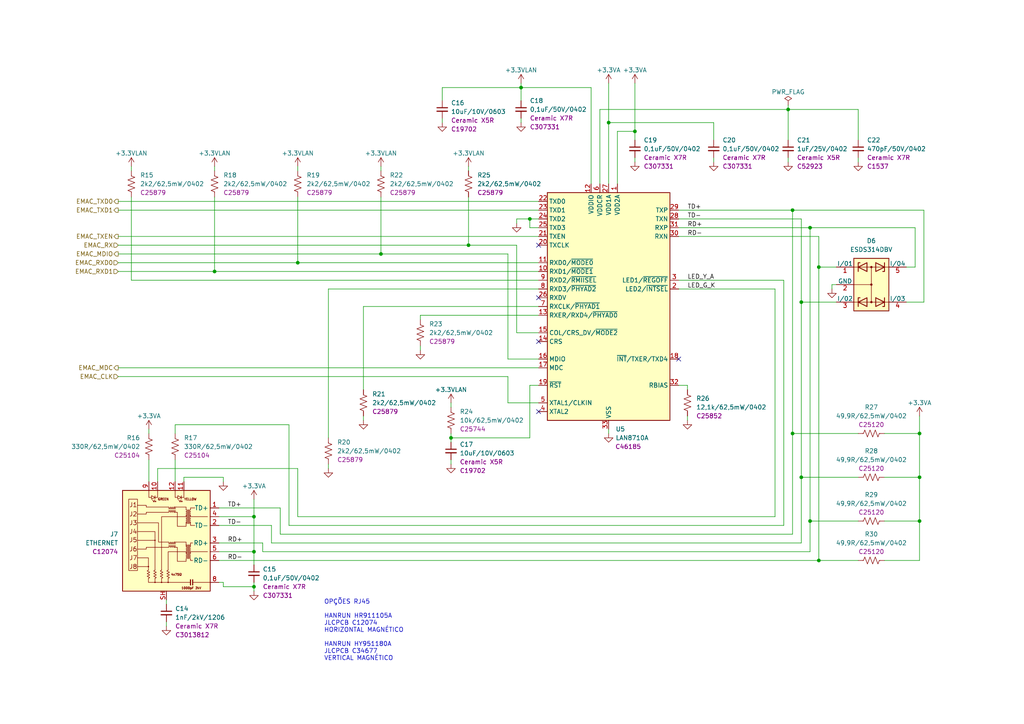
<source format=kicad_sch>
(kicad_sch (version 20230121) (generator eeschema)
  (paper "A4")
  (title_block (title "ESP 16x 24VDC Input 16x 24VDC Output Module") (date "2023-05-05") (rev "V2"))
  (lib_symbols
    (symbol "Device:C_Small" (pin_numbers hide) (pin_names (offset 0.254) hide)
      (property "Reference" "C" (at 0.254 1.778 0))
      (property "Value" "C_Small" (at 0.254 -2.032 0))
      (symbol "C_Small_0_1"
        (polyline (pts (xy -1.524 -0.508) (xy 1.524 -0.508)) (stroke (width 0.3302)))
        (polyline (pts (xy -1.524 0.508) (xy 1.524 0.508)) (stroke (width 0.3048)))
      )
      (symbol "C_Small_1_1"
        (pin passive line (at 0 2.54 270) (length 2.032) (name "~") (number "1"))
        (pin passive line (at 0 -2.54 90) (length 2.032) (name "~") (number "2"))
      )
    )
    (symbol "Device:R_US" (pin_numbers hide) (pin_names (offset 0))
      (property "Reference" "R" (at 2.54 0 90))
      (property "Value" "R_US" (at -2.54 0 90))
      (symbol "R_US_0_1"
        (polyline (pts (xy 0 -2.286) (xy 0 -2.54)))
        (polyline (pts (xy 0 2.286) (xy 0 2.54)))
        (polyline (pts (xy 0 -0.762) (xy 1.016 -1.143) (xy 0 -1.524) (xy -1.016 -1.905) (xy 0 -2.286)))
        (polyline (pts (xy 0 0.762) (xy 1.016 0.381) (xy 0 0) (xy -1.016 -0.381) (xy 0 -0.762)))
        (polyline (pts (xy 0 2.286) (xy 1.016 1.905) (xy 0 1.524) (xy -1.016 1.143) (xy 0 0.762)))
      )
      (symbol "R_US_1_1"
        (pin passive line (at 0 3.81 270) (length 1.27) (name "~") (number "1"))
        (pin passive line (at 0 -3.81 90) (length 1.27) (name "~") (number "2"))
      )
    )
    (symbol "Interface_Ethernet:LAN8710A"
      (property "Reference" "U" (at -13.97 34.29 0))
      (property "Value" "LAN8710A" (at 17.78 34.29 0))
      (symbol "LAN8710A_0_1"
        (rectangle (start -17.78 33.02) (end 17.78 -33.02) (stroke (width 0.254)) (fill (type background)))
      )
      (symbol "LAN8710A_1_1"
        (pin power_in line (at 2.54 35.56 270) (length 2.54) (name "VDD2A") (number "1"))
        (pin bidirectional line (at -20.32 10.16 0) (length 2.54) (name "RXD1/~{MODE1}") (number "10"))
        (pin bidirectional line (at -20.32 12.7 0) (length 2.54) (name "RXD0/~{MODE0}") (number "11"))
        (pin power_in line (at -5.08 35.56 270) (length 2.54) (name "VDDIO") (number "12"))
        (pin bidirectional line (at -20.32 -2.54 0) (length 2.54) (name "RXER/RXD4/~{PHYAD0}") (number "13"))
        (pin output line (at -20.32 -10.16 0) (length 2.54) (name "CRS") (number "14"))
        (pin bidirectional line (at -20.32 -7.62 0) (length 2.54) (name "COL/CRS_DV/~{MODE2}") (number "15"))
        (pin bidirectional line (at -20.32 -15.24 0) (length 2.54) (name "MDIO") (number "16"))
        (pin input line (at -20.32 -17.78 0) (length 2.54) (name "MDC") (number "17"))
        (pin bidirectional line (at 20.32 -15.24 180) (length 2.54) (name "~{INT}/TXER/TXD4") (number "18"))
        (pin input line (at -20.32 -22.86 0) (length 2.54) (name "~{RST}") (number "19"))
        (pin bidirectional line (at 20.32 5.08 180) (length 2.54) (name "LED2/~{INTSEL}") (number "2"))
        (pin output line (at -20.32 17.78 0) (length 2.54) (name "TXCLK") (number "20"))
        (pin input line (at -20.32 20.32 0) (length 2.54) (name "TXEN") (number "21"))
        (pin input line (at -20.32 30.48 0) (length 2.54) (name "TXD0") (number "22"))
        (pin input line (at -20.32 27.94 0) (length 2.54) (name "TXD1") (number "23"))
        (pin input line (at -20.32 25.4 0) (length 2.54) (name "TXD2") (number "24"))
        (pin input line (at -20.32 22.86 0) (length 2.54) (name "TXD3") (number "25"))
        (pin output line (at -20.32 2.54 0) (length 2.54) (name "RXDV") (number "26"))
        (pin power_in line (at 0 35.56 270) (length 2.54) (name "VDD1A") (number "27"))
        (pin bidirectional line (at 20.32 25.4 180) (length 2.54) (name "TXN") (number "28"))
        (pin bidirectional line (at 20.32 27.94 180) (length 2.54) (name "TXP") (number "29"))
        (pin bidirectional line (at 20.32 7.62 180) (length 2.54) (name "LED1/~{REGOFF}") (number "3"))
        (pin bidirectional line (at 20.32 20.32 180) (length 2.54) (name "RXN") (number "30"))
        (pin bidirectional line (at 20.32 22.86 180) (length 2.54) (name "RXP") (number "31"))
        (pin passive line (at 20.32 -22.86 180) (length 2.54) (name "RBIAS") (number "32"))
        (pin power_in line (at 0 -35.56 90) (length 2.54) (name "VSS") (number "33"))
        (pin output line (at -20.32 -30.48 0) (length 2.54) (name "XTAL2") (number "4"))
        (pin input line (at -20.32 -27.94 0) (length 2.54) (name "XTAL1/CLKIN") (number "5"))
        (pin power_in line (at -2.54 35.56 270) (length 2.54) (name "VDDCR") (number "6"))
        (pin bidirectional line (at -20.32 0 0) (length 2.54) (name "RXCLK/~{PHYAD1}") (number "7"))
        (pin bidirectional line (at -20.32 5.08 0) (length 2.54) (name "RXD3/~{PHYAD2}") (number "8"))
        (pin bidirectional line (at -20.32 7.62 0) (length 2.54) (name "RXD2/~{RMIISEL}") (number "9"))
      )
    )
    (symbol "Tales:+3.3VLAN" (power) (pin_names (offset 0))
      (property "Value" "+3.3VLAN" (at 0 3.556 0))
      (symbol "+3.3VLAN_0_1"
        (polyline (pts (xy -0.762 1.27) (xy 0 2.54)))
        (polyline (pts (xy 0 0) (xy 0 2.54)))
        (polyline (pts (xy 0 2.54) (xy 0.762 1.27)))
      )
      (symbol "+3.3VLAN_1_1"
        (pin power_in line (at 0 0 90) (length 0) hide (name "+3.3VLAN") (number "1"))
      )
    )
    (symbol "Tales:ESDS314DBV" (pin_names (offset 0))
      (property "Reference" "D" (at 0 12.7 0))
      (property "Value" "ESDS314DBV" (at 0 10.16 0))
      (symbol "ESDS314DBV_0_1"
        (rectangle (start -5.08 7.62) (end 5.08 -7.62) (stroke (width 0.254)) (fill (type background)))
        (circle (center 0 -5.08) (radius 0.254) (fill (type outline)))
        (polyline (pts (xy -5.08 -5.08) (xy 5.08 -5.08)))
        (polyline (pts (xy -5.08 0) (xy 0 0)))
        (polyline (pts (xy -5.08 5.08) (xy 5.08 5.08)))
        (polyline (pts (xy 0 -5.08) (xy 0 5.08)))
        (polyline (pts (xy -3.81 -6.35) (xy -3.81 -3.81) (xy -3.302 -3.81)) (stroke (width 0.254)))
        (polyline (pts (xy -3.81 3.81) (xy -3.81 6.35) (xy -3.302 6.35)) (stroke (width 0.254)))
        (polyline (pts (xy 3.81 -3.81) (xy 3.81 -6.35) (xy 3.302 -6.35)) (stroke (width 0.254)))
        (polyline (pts (xy 3.81 6.35) (xy 3.81 3.81) (xy 3.302 3.81)) (stroke (width 0.254)))
        (polyline (pts (xy -1.27 -6.35) (xy -3.81 -5.08) (xy -1.27 -3.81) (xy -1.27 -6.35) (xy -1.27 -6.35) (xy -1.27 -6.35)) (stroke (width 0.254)))
        (polyline (pts (xy -1.27 3.81) (xy -3.81 5.08) (xy -1.27 6.35) (xy -1.27 3.81) (xy -1.27 3.81) (xy -1.27 3.81)) (stroke (width 0.254)))
        (polyline (pts (xy 1.27 -3.81) (xy 3.81 -5.08) (xy 1.27 -6.35) (xy 1.27 -3.81) (xy 1.27 -3.81) (xy 1.27 -3.81)) (stroke (width 0.254)))
        (polyline (pts (xy 1.27 6.35) (xy 3.81 5.08) (xy 1.27 3.81) (xy 1.27 6.35) (xy 1.27 6.35) (xy 1.27 6.35)) (stroke (width 0.254)))
        (circle (center 0 0) (radius 0.254) (fill (type outline)))
        (circle (center 0 5.08) (radius 0.254) (fill (type outline)))
        (pin passive line (at -10.16 5.08 0) (length 5.08) (name "I/01") (number "1"))
        (pin passive line (at -10.16 0 0) (length 5.08) (name "GND") (number "2"))
        (pin passive line (at -10.16 -5.08 0) (length 5.08) (name "I/02") (number "3"))
        (pin passive line (at 10.16 -5.08 180) (length 5.08) (name "I/03") (number "4"))
        (pin passive line (at 10.16 5.08 180) (length 5.08) (name "I/04") (number "5"))
      )
    )
    (symbol "Tales:RJ45_HanRun_HR911105A"
      (property "Reference" "J" (at 12.7 13.97 0))
      (property "Value" "RJ45_HanRun_HR911105A" (at 0 -17.78 0))
      (symbol "RJ45_HanRun_HR911105A_0_0"
        (rectangle (start -12.7 12.7) (end 12.7 -16.51) (stroke (width 0.254)) (fill (type background)))
        (polyline (pts (xy -5.207 -9.398) (xy -8.382 -9.398)))
        (polyline (pts (xy -3.302 -13.97) (xy -3.302 -12.827)))
        (polyline (pts (xy -3.302 -1.778) (xy -8.382 -1.778)))
        (polyline (pts (xy -1.397 -13.97) (xy -1.397 -12.827)))
        (polyline (pts (xy 0.508 -13.97) (xy 0.508 -12.827)))
        (polyline (pts (xy 7.62 -13.97) (xy 12.7 -13.97)))
        (polyline (pts (xy 11.938 -5.08) (xy 6.985 -5.08)))
        (polyline (pts (xy 11.938 5.08) (xy 6.985 5.08)))
        (polyline (pts (xy -1.397 -10.414) (xy -1.397 5.08) (xy 5.715 5.08)))
        (polyline (pts (xy 0.508 -10.414) (xy 0.508 -5.08) (xy 5.715 -5.08)))
        (polyline (pts (xy 6.985 -13.97) (xy -5.207 -13.97) (xy -5.207 -12.827)))
        (polyline (pts (xy 0.635 -2.286) (xy -2.286 -2.286) (xy -2.286 3.302) (xy -8.382 3.302)))
        (polyline (pts (xy 0.635 7.874) (xy -5.842 7.874) (xy -5.842 8.382) (xy -8.382 8.382)))
        (text "1000pF 2kV" (at 7.239 -15.621 0) (effects (font (size 0.635 0.635))))
        (text "4x75Ω" (at 2.921 -11.684 0) (effects (font (size 0.635 0.635))))
        (text "GREEN" (at -2.54 10.16 0) (effects (font (size 0.635 0.635)) (justify left)))
        (text "J1" (at -10.795 8.509 0) (effects (font (size 1.27 1.27)) (justify left)))
        (text "J2" (at -10.795 5.842 0) (effects (font (size 1.27 1.27)) (justify left)))
        (text "J3" (at -10.795 3.302 0) (effects (font (size 1.27 1.27)) (justify left)))
        (text "J4" (at -10.795 0.762 0) (effects (font (size 1.27 1.27)) (justify left)))
        (text "J5" (at -10.795 -1.651 0) (effects (font (size 1.27 1.27)) (justify left)))
        (text "J6" (at -10.795 -4.318 0) (effects (font (size 1.27 1.27)) (justify left)))
        (text "J7" (at -10.795 -6.858 0) (effects (font (size 1.27 1.27)) (justify left)))
        (text "J8" (at -10.795 -9.398 0) (effects (font (size 1.27 1.27)) (justify left)))
        (text "YELLOW" (at 5.08 10.16 0) (effects (font (size 0.635 0.635)) (justify left)))
      )
      (symbol "RJ45_HanRun_HR911105A_0_1"
        (rectangle (start -8.382 -10.541) (end -10.922 10.16))
        (circle (center -5.207 -9.398) (radius 0.127) (fill (type outline)))
        (circle (center -3.302 -13.97) (radius 0.127) (fill (type outline)))
        (circle (center -3.302 -1.778) (radius 0.127) (fill (type outline)))
        (circle (center -1.397 -13.97) (radius 0.127) (fill (type outline)))
        (polyline (pts (xy -3.556 9.398) (xy -4.064 9.906)))
        (polyline (pts (xy -3.302 11.176) (xy -3.302 10.16)))
        (polyline (pts (xy -3.048 9.398) (xy -3.556 9.906)))
        (polyline (pts (xy 0.635 -3.302) (xy 2.667 -3.302)))
        (polyline (pts (xy 0.635 6.858) (xy 2.667 6.858)))
        (polyline (pts (xy 2.667 -2.794) (xy 0.635 -2.794)))
        (polyline (pts (xy 2.667 7.366) (xy 0.635 7.366)))
        (polyline (pts (xy 4.064 9.398) (xy 3.556 9.906)))
        (polyline (pts (xy 4.318 11.176) (xy 4.318 10.16)))
        (polyline (pts (xy 4.572 9.398) (xy 4.064 9.906)))
        (polyline (pts (xy 6.223 -3.048) (xy 6.223 -7.112)))
        (polyline (pts (xy 6.223 7.112) (xy 6.223 3.048)))
        (polyline (pts (xy 6.477 -7.112) (xy 6.477 -3.048)))
        (polyline (pts (xy 6.477 3.048) (xy 6.477 7.112)))
        (polyline (pts (xy 6.985 -14.732) (xy 6.985 -13.208)) (stroke (width 0.3048)))
        (polyline (pts (xy 7.62 -14.732) (xy 7.62 -13.208)) (stroke (width 0.3048)))
        (polyline (pts (xy -5.207 -10.414) (xy -5.207 -6.858) (xy -8.382 -6.858)))
        (polyline (pts (xy -5.08 12.7) (xy -5.08 10.668) (xy -4.318 10.668)))
        (polyline (pts (xy -3.556 9.652) (xy -3.556 9.398) (xy -3.81 9.398)))
        (polyline (pts (xy -3.302 -10.414) (xy -3.302 0.762) (xy -8.382 0.762)))
        (polyline (pts (xy -3.048 9.652) (xy -3.048 9.398) (xy -3.302 9.398)))
        (polyline (pts (xy -2.54 12.7) (xy -2.54 10.668) (xy -3.302 10.668)))
        (polyline (pts (xy 2.54 12.7) (xy 2.54 10.668) (xy 3.302 10.668)))
        (polyline (pts (xy 2.667 -2.286) (xy 5.715 -2.286) (xy 5.715 -3.048)))
        (polyline (pts (xy 2.667 7.874) (xy 5.715 7.874) (xy 5.715 7.112)))
        (polyline (pts (xy 4.064 9.652) (xy 4.064 9.398) (xy 3.81 9.398)))
        (polyline (pts (xy 4.572 9.652) (xy 4.572 9.398) (xy 4.318 9.398)))
        (polyline (pts (xy 5.08 12.7) (xy 5.08 10.668) (xy 4.318 10.668)))
        (polyline (pts (xy 6.985 -7.112) (xy 6.985 -7.62) (xy 7.62 -7.62)))
        (polyline (pts (xy 6.985 -3.048) (xy 6.985 -2.54) (xy 7.62 -2.54)))
        (polyline (pts (xy 6.985 3.048) (xy 6.985 2.54) (xy 8.255 2.54)))
        (polyline (pts (xy 6.985 7.112) (xy 6.985 7.62) (xy 8.255 7.62)))
        (polyline (pts (xy -3.302 10.668) (xy -4.318 11.176) (xy -4.318 10.16) (xy -3.302 10.668)))
        (polyline (pts (xy 0.635 -3.81) (xy -5.842 -3.81) (xy -5.842 -4.318) (xy -8.382 -4.318)))
        (polyline (pts (xy 0.635 6.35) (xy -5.842 6.35) (xy -5.842 5.842) (xy -8.382 5.842)))
        (polyline (pts (xy 4.318 10.668) (xy 3.302 11.176) (xy 3.302 10.16) (xy 4.318 10.668)))
        (polyline (pts (xy 5.715 -7.112) (xy 5.715 -7.874) (xy 3.175 -7.874) (xy 3.175 -3.81) (xy 2.667 -3.81)))
        (polyline (pts (xy 5.715 3.048) (xy 5.715 2.286) (xy 3.175 2.286) (xy 3.175 6.35) (xy 2.667 6.35)))
        (polyline (pts (xy -5.207 -12.827) (xy -4.826 -12.573) (xy -5.588 -12.192) (xy -4.826 -11.811) (xy -5.588 -11.43) (xy -4.826 -11.049) (xy -5.588 -10.668) (xy -5.207 -10.414)))
        (polyline (pts (xy -3.302 -12.827) (xy -2.921 -12.573) (xy -3.683 -12.192) (xy -2.921 -11.811) (xy -3.683 -11.43) (xy -2.921 -11.049) (xy -3.683 -10.668) (xy -3.302 -10.414)))
        (polyline (pts (xy -1.397 -12.827) (xy -1.016 -12.573) (xy -1.778 -12.192) (xy -1.016 -11.811) (xy -1.778 -11.43) (xy -1.016 -11.049) (xy -1.778 -10.668) (xy -1.397 -10.414)))
        (polyline (pts (xy 0.508 -12.827) (xy 0.889 -12.573) (xy 0.127 -12.192) (xy 0.889 -11.811) (xy 0.127 -11.43) (xy 0.889 -11.049) (xy 0.127 -10.668) (xy 0.508 -10.414)))
        (circle (center 0.508 -13.97) (radius 0.127) (fill (type outline)))
        (arc (start 0.635 -2.286) (mid 0.889 -2.5389) (end 1.143 -2.286))
        (arc (start 0.635 7.874) (mid 0.889 7.6211) (end 1.143 7.874))
        (arc (start 1.143 -3.81) (mid 0.889 -3.5571) (end 0.635 -3.81))
        (arc (start 1.143 -2.286) (mid 1.397 -2.5389) (end 1.651 -2.286))
        (arc (start 1.143 6.35) (mid 0.889 6.6029) (end 0.635 6.35))
        (arc (start 1.143 7.874) (mid 1.397 7.6211) (end 1.651 7.874))
        (arc (start 1.651 -3.81) (mid 1.397 -3.5571) (end 1.143 -3.81))
        (arc (start 1.651 -2.286) (mid 1.905 -2.5389) (end 2.159 -2.286))
        (arc (start 1.651 6.35) (mid 1.397 6.6029) (end 1.143 6.35))
        (arc (start 1.651 7.874) (mid 1.905 7.6211) (end 2.159 7.874))
        (arc (start 2.159 -3.81) (mid 1.905 -3.5571) (end 1.651 -3.81))
        (arc (start 2.159 -2.286) (mid 2.413 -2.5389) (end 2.667 -2.286))
        (arc (start 2.159 6.35) (mid 1.905 6.6029) (end 1.651 6.35))
        (arc (start 2.159 7.874) (mid 2.413 7.6211) (end 2.667 7.874))
        (circle (center 2.413 -3.8354) (radius 0.0762) (stroke (width 0.0254)) (fill (type outline)))
        (circle (center 2.413 -2.2606) (radius 0.0762) (stroke (width 0.0254)) (fill (type outline)))
        (circle (center 2.413 6.3246) (radius 0.0762) (stroke (width 0.0254)) (fill (type outline)))
        (circle (center 2.413 7.8994) (radius 0.0762) (stroke (width 0.0254)) (fill (type outline)))
        (arc (start 2.667 -3.81) (mid 2.413 -3.5571) (end 2.159 -3.81))
        (arc (start 2.667 6.35) (mid 2.413 6.6029) (end 2.159 6.35))
        (arc (start 5.715 -7.112) (mid 5.9679 -6.858) (end 5.715 -6.604))
        (arc (start 5.715 -6.604) (mid 5.9679 -6.35) (end 5.715 -6.096))
        (arc (start 5.715 -6.096) (mid 5.9679 -5.842) (end 5.715 -5.588))
        (arc (start 5.715 -5.588) (mid 5.9679 -5.334) (end 5.715 -5.08))
        (circle (center 5.715 -5.334) (radius 0.0762) (stroke (width 0.0254)) (fill (type outline)))
        (arc (start 5.715 -5.08) (mid 5.9679 -4.826) (end 5.715 -4.572))
        (arc (start 5.715 -4.572) (mid 5.9679 -4.318) (end 5.715 -4.064))
        (arc (start 5.715 -4.064) (mid 5.9679 -3.81) (end 5.715 -3.556))
        (arc (start 5.715 -3.556) (mid 5.9679 -3.302) (end 5.715 -3.048))
        (circle (center 5.715 -3.302) (radius 0.0762) (stroke (width 0.0254)) (fill (type outline)))
        (arc (start 5.715 3.048) (mid 5.9679 3.302) (end 5.715 3.556))
        (circle (center 5.715 3.302) (radius 0.0762) (stroke (width 0.0254)) (fill (type outline)))
        (arc (start 5.715 3.556) (mid 5.9679 3.81) (end 5.715 4.064))
        (arc (start 5.715 4.064) (mid 5.9679 4.318) (end 5.715 4.572))
        (arc (start 5.715 4.572) (mid 5.9679 4.826) (end 5.715 5.08))
        (arc (start 5.715 5.08) (mid 5.9679 5.334) (end 5.715 5.588))
        (circle (center 5.715 5.334) (radius 0.0762) (stroke (width 0.0254)) (fill (type outline)))
        (arc (start 5.715 5.588) (mid 5.9679 5.842) (end 5.715 6.096))
        (arc (start 5.715 6.096) (mid 5.9679 6.35) (end 5.715 6.604))
        (arc (start 5.715 6.604) (mid 5.9679 6.858) (end 5.715 7.112))
        (arc (start 6.985 -6.604) (mid 6.7321 -6.858) (end 6.985 -7.112))
        (arc (start 6.985 -6.096) (mid 6.7321 -6.35) (end 6.985 -6.604))
        (arc (start 6.985 -5.588) (mid 6.7321 -5.842) (end 6.985 -6.096))
        (circle (center 6.985 -5.334) (radius 0.0762) (stroke (width 0.0254)) (fill (type outline)))
        (arc (start 6.985 -5.08) (mid 6.7321 -5.334) (end 6.985 -5.588))
        (arc (start 6.985 -4.572) (mid 6.7321 -4.826) (end 6.985 -5.08))
        (arc (start 6.985 -4.064) (mid 6.7321 -4.318) (end 6.985 -4.572))
        (arc (start 6.985 -3.556) (mid 6.7321 -3.81) (end 6.985 -4.064))
        (circle (center 6.985 -3.302) (radius 0.0762) (stroke (width 0.0254)) (fill (type outline)))
        (arc (start 6.985 -3.048) (mid 6.7321 -3.302) (end 6.985 -3.556))
        (circle (center 6.985 3.302) (radius 0.0762) (stroke (width 0.0254)) (fill (type outline)))
        (arc (start 6.985 3.556) (mid 6.7321 3.302) (end 6.985 3.048))
        (arc (start 6.985 4.064) (mid 6.7321 3.81) (end 6.985 3.556))
        (arc (start 6.985 4.572) (mid 6.7321 4.318) (end 6.985 4.064))
        (arc (start 6.985 5.08) (mid 6.7321 4.826) (end 6.985 4.572))
        (circle (center 6.985 5.334) (radius 0.0762) (stroke (width 0.0254)) (fill (type outline)))
        (arc (start 6.985 5.588) (mid 6.7321 5.334) (end 6.985 5.08))
        (arc (start 6.985 6.096) (mid 6.7321 5.842) (end 6.985 5.588))
        (arc (start 6.985 6.604) (mid 6.7321 6.35) (end 6.985 6.096))
        (arc (start 6.985 7.112) (mid 6.7321 6.858) (end 6.985 6.604))
      )
      (symbol "RJ45_HanRun_HR911105A_1_1"
        (pin passive line (at 15.24 7.62 180) (length 2.54) (name "TD+") (number "1"))
        (pin passive line (at -2.54 15.24 270) (length 2.54) (name "~") (number "10"))
        (pin passive line (at 5.08 15.24 270) (length 2.54) (name "~") (number "11"))
        (pin passive line (at 2.54 15.24 270) (length 2.54) (name "~") (number "12"))
        (pin passive line (at 15.24 2.54 180) (length 2.54) (name "TD-") (number "2"))
        (pin passive line (at 15.24 -2.54 180) (length 2.54) (name "RD+") (number "3"))
        (pin passive line (at 15.24 5.08 180) (length 2.54) (name "~") (number "4"))
        (pin passive line (at 15.24 -5.08 180) (length 2.54) (name "~") (number "5"))
        (pin passive line (at 15.24 -7.62 180) (length 2.54) (name "RD-") (number "6"))
        (pin no_connect line (at 12.7 -11.43 180) (length 2.54) hide (name "NC") (number "7"))
        (pin passive line (at 15.24 -13.97 180) (length 2.54) (name "~") (number "8"))
        (pin passive line (at -5.08 15.24 270) (length 2.54) (name "~") (number "9"))
        (pin passive line (at 0 -19.05 90) (length 2.54) (name "~") (number "SH"))
      )
    )
    (symbol "power:+3.3VA" (power) (pin_names (offset 0))
      (property "Value" "+3.3VA" (at 0 3.556 0))
      (symbol "+3.3VA_0_1"
        (polyline (pts (xy -0.762 1.27) (xy 0 2.54)))
        (polyline (pts (xy 0 0) (xy 0 2.54)))
        (polyline (pts (xy 0 2.54) (xy 0.762 1.27)))
      )
      (symbol "+3.3VA_1_1"
        (pin power_in line (at 0 0 90) (length 0) hide (name "+3.3VA") (number "1"))
      )
    )
    (symbol "power:GND" (power) (pin_names (offset 0))
      (property "Value" "GND" (at 0 -3.81 0))
      (symbol "GND_0_1"
        (polyline (pts (xy 0 0) (xy 0 -1.27) (xy 1.27 -1.27) (xy 0 -2.54) (xy -1.27 -1.27) (xy 0 -1.27)))
      )
      (symbol "GND_1_1"
        (pin power_in line (at 0 0 270) (length 0) hide (name "GND") (number "1"))
      )
    )
    (symbol "power:PWR_FLAG" (power) (pin_numbers hide) (pin_names (offset 0) hide)
      (property "Value" "PWR_FLAG" (at 0 3.81 0))
      (symbol "PWR_FLAG_0_0"
        (pin power_out line (at 0 0 90) (length 0) (name "pwr") (number "1"))
      )
      (symbol "PWR_FLAG_0_1"
        (polyline (pts (xy 0 0) (xy 0 1.27) (xy -1.016 1.905) (xy 0 2.54) (xy 1.016 1.905) (xy 0 1.27)))
      )
    )
  )
  (junction (at 266.7 125.73))
  (junction (at 232.41 138.43))
  (junction (at 229.87 60.96))
  (junction (at 73.66 160.02))
  (junction (at 266.7 138.43))
  (junction (at 110.49 73.66))
  (junction (at 151.13 25.4))
  (junction (at 176.53 35.56))
  (junction (at 234.95 151.13))
  (junction (at 73.66 149.86))
  (junction (at 86.36 76.2))
  (junction (at 266.7 151.13))
  (junction (at 229.87 125.73))
  (junction (at 153.67 63.5))
  (junction (at 135.89 71.12))
  (junction (at 237.49 162.56))
  (junction (at 232.41 87.63))
  (junction (at 130.81 127))
  (junction (at 62.23 78.74))
  (junction (at 237.49 77.47))
  (junction (at 184.15 38.1))
  (junction (at 228.6 31.75))
  (junction (at 234.95 66.04))
  (junction (at 73.66 170.18))
  (no_connect (at 156.21 99.06))
  (no_connect (at 156.21 86.36))
  (no_connect (at 196.85 104.14))
  (no_connect (at 156.21 71.12))
  (no_connect (at 156.21 119.38))
  (wire (pts (xy 176.53 35.56) (xy 176.53 53.34)))
  (wire (pts (xy 34.29 71.12) (xy 135.89 71.12)))
  (wire (pts (xy 128.27 25.4) (xy 151.13 25.4)))
  (wire (pts (xy 64.77 138.43) (xy 64.77 139.7)))
  (wire (pts (xy 34.29 78.74) (xy 62.23 78.74)))
  (wire (pts (xy 171.45 25.4) (xy 171.45 53.34)))
  (wire (pts (xy 64.77 170.18) (xy 64.77 168.91)))
  (wire (pts (xy 241.3 82.55) (xy 242.57 82.55)))
  (wire (pts (xy 256.54 125.73) (xy 266.7 125.73)))
  (wire (pts (xy 228.6 31.75) (xy 248.92 31.75)))
  (wire (pts (xy 34.29 106.68) (xy 156.21 106.68)))
  (wire (pts (xy 38.1 48.26) (xy 38.1 49.53)))
  (wire (pts (xy 234.95 151.13) (xy 234.95 160.02)))
  (wire (pts (xy 237.49 77.47) (xy 237.49 162.56)))
  (wire (pts (xy 173.99 53.34) (xy 173.99 31.75)))
  (wire (pts (xy 266.7 151.13) (xy 266.7 162.56)))
  (wire (pts (xy 86.36 76.2) (xy 156.21 76.2)))
  (wire (pts (xy 156.21 111.76) (xy 153.67 111.76)))
  (wire (pts (xy 156.21 96.52) (xy 149.86 96.52)))
  (wire (pts (xy 83.82 123.19) (xy 83.82 152.4)))
  (wire (pts (xy 81.28 154.94) (xy 229.87 154.94)))
  (wire (pts (xy 179.07 38.1) (xy 179.07 53.34)))
  (wire (pts (xy 153.67 63.5) (xy 149.86 63.5)))
  (wire (pts (xy 135.89 71.12) (xy 135.89 57.15)))
  (wire (pts (xy 34.29 68.58) (xy 156.21 68.58)))
  (wire (pts (xy 153.67 66.04) (xy 153.67 63.5)))
  (wire (pts (xy 62.23 48.26) (xy 62.23 49.53)))
  (wire (pts (xy 43.18 124.46) (xy 43.18 125.73)))
  (wire (pts (xy 95.25 134.62) (xy 95.25 135.89)))
  (wire (pts (xy 128.27 29.21) (xy 128.27 25.4)))
  (wire (pts (xy 105.41 120.65) (xy 105.41 121.92)))
  (wire (pts (xy 34.29 76.2) (xy 86.36 76.2)))
  (wire (pts (xy 130.81 133.35) (xy 130.81 134.62)))
  (wire (pts (xy 121.92 91.44) (xy 121.92 92.71)))
  (wire (pts (xy 262.89 77.47) (xy 265.43 77.47)))
  (wire (pts (xy 53.34 138.43) (xy 53.34 139.7)))
  (wire (pts (xy 267.97 87.63) (xy 267.97 60.96)))
  (wire (pts (xy 38.1 57.15) (xy 38.1 81.28)))
  (wire (pts (xy 266.7 125.73) (xy 266.7 138.43)))
  (wire (pts (xy 64.77 168.91) (xy 63.5 168.91)))
  (wire (pts (xy 147.32 104.14) (xy 156.21 104.14)))
  (wire (pts (xy 176.53 24.13) (xy 176.53 35.56)))
  (wire (pts (xy 199.39 111.76) (xy 196.85 111.76)))
  (wire (pts (xy 234.95 151.13) (xy 248.92 151.13)))
  (wire (pts (xy 62.23 78.74) (xy 156.21 78.74)))
  (wire (pts (xy 196.85 68.58) (xy 237.49 68.58)))
  (wire (pts (xy 229.87 125.73) (xy 229.87 154.94)))
  (wire (pts (xy 34.29 109.22) (xy 147.32 109.22)))
  (wire (pts (xy 43.18 133.35) (xy 43.18 139.7)))
  (wire (pts (xy 81.28 147.32) (xy 81.28 154.94)))
  (wire (pts (xy 266.7 162.56) (xy 256.54 162.56)))
  (wire (pts (xy 45.72 135.89) (xy 86.36 135.89)))
  (wire (pts (xy 151.13 34.29) (xy 151.13 35.56)))
  (wire (pts (xy 151.13 25.4) (xy 151.13 29.21)))
  (wire (pts (xy 130.81 116.84) (xy 130.81 118.11)))
  (wire (pts (xy 153.67 127) (xy 130.81 127)))
  (wire (pts (xy 83.82 152.4) (xy 227.33 152.4)))
  (wire (pts (xy 86.36 57.15) (xy 86.36 76.2)))
  (wire (pts (xy 207.01 45.72) (xy 207.01 46.99)))
  (wire (pts (xy 228.6 31.75) (xy 228.6 40.64)))
  (wire (pts (xy 176.53 124.46) (xy 176.53 125.73)))
  (wire (pts (xy 50.8 139.7) (xy 50.8 133.35)))
  (wire (pts (xy 128.27 34.29) (xy 128.27 35.56)))
  (wire (pts (xy 228.6 30.48) (xy 228.6 31.75)))
  (wire (pts (xy 45.72 139.7) (xy 45.72 135.89)))
  (wire (pts (xy 62.23 57.15) (xy 62.23 78.74)))
  (wire (pts (xy 229.87 125.73) (xy 248.92 125.73)))
  (wire (pts (xy 237.49 68.58) (xy 237.49 77.47)))
  (wire (pts (xy 78.74 152.4) (xy 78.74 157.48)))
  (wire (pts (xy 63.5 147.32) (xy 81.28 147.32)))
  (wire (pts (xy 237.49 162.56) (xy 248.92 162.56)))
  (wire (pts (xy 149.86 71.12) (xy 135.89 71.12)))
  (wire (pts (xy 151.13 25.4) (xy 171.45 25.4)))
  (wire (pts (xy 110.49 57.15) (xy 110.49 73.66)))
  (wire (pts (xy 228.6 45.72) (xy 228.6 46.99)))
  (wire (pts (xy 76.2 157.48) (xy 76.2 160.02)))
  (wire (pts (xy 48.26 180.34) (xy 48.26 181.61)))
  (wire (pts (xy 229.87 60.96) (xy 229.87 125.73)))
  (wire (pts (xy 265.43 77.47) (xy 265.43 66.04)))
  (wire (pts (xy 147.32 73.66) (xy 147.32 104.14)))
  (wire (pts (xy 64.77 138.43) (xy 53.34 138.43)))
  (wire (pts (xy 266.7 138.43) (xy 266.7 151.13)))
  (wire (pts (xy 256.54 151.13) (xy 266.7 151.13)))
  (wire (pts (xy 248.92 31.75) (xy 248.92 40.64)))
  (wire (pts (xy 130.81 125.73) (xy 130.81 127)))
  (wire (pts (xy 34.29 73.66) (xy 110.49 73.66)))
  (wire (pts (xy 86.36 48.26) (xy 86.36 49.53)))
  (wire (pts (xy 153.67 111.76) (xy 153.67 127)))
  (wire (pts (xy 63.5 152.4) (xy 78.74 152.4)))
  (wire (pts (xy 73.66 170.18) (xy 73.66 171.45)))
  (wire (pts (xy 130.81 127) (xy 130.81 128.27)))
  (wire (pts (xy 149.86 96.52) (xy 149.86 71.12)))
  (wire (pts (xy 229.87 60.96) (xy 196.85 60.96)))
  (wire (pts (xy 173.99 31.75) (xy 228.6 31.75)))
  (wire (pts (xy 110.49 73.66) (xy 147.32 73.66)))
  (wire (pts (xy 105.41 88.9) (xy 105.41 113.03)))
  (wire (pts (xy 86.36 135.89) (xy 86.36 149.86)))
  (wire (pts (xy 199.39 113.03) (xy 199.39 111.76)))
  (wire (pts (xy 241.3 83.82) (xy 241.3 82.55)))
  (wire (pts (xy 50.8 123.19) (xy 83.82 123.19)))
  (wire (pts (xy 63.5 162.56) (xy 237.49 162.56)))
  (wire (pts (xy 78.74 157.48) (xy 232.41 157.48)))
  (wire (pts (xy 224.79 149.86) (xy 224.79 83.82)))
  (wire (pts (xy 265.43 66.04) (xy 234.95 66.04)))
  (wire (pts (xy 95.25 83.82) (xy 95.25 127)))
  (wire (pts (xy 232.41 138.43) (xy 248.92 138.43)))
  (wire (pts (xy 34.29 60.96) (xy 156.21 60.96)))
  (wire (pts (xy 73.66 168.91) (xy 73.66 170.18)))
  (wire (pts (xy 156.21 63.5) (xy 153.67 63.5)))
  (wire (pts (xy 48.26 173.99) (xy 48.26 175.26)))
  (wire (pts (xy 232.41 63.5) (xy 196.85 63.5)))
  (wire (pts (xy 110.49 48.26) (xy 110.49 49.53)))
  (wire (pts (xy 121.92 100.33) (xy 121.92 101.6)))
  (wire (pts (xy 184.15 38.1) (xy 184.15 40.64)))
  (wire (pts (xy 156.21 116.84) (xy 147.32 116.84)))
  (wire (pts (xy 64.77 170.18) (xy 73.66 170.18)))
  (wire (pts (xy 149.86 63.5) (xy 149.86 64.77)))
  (wire (pts (xy 267.97 60.96) (xy 229.87 60.96)))
  (wire (pts (xy 248.92 45.72) (xy 248.92 46.99)))
  (wire (pts (xy 156.21 66.04) (xy 153.67 66.04)))
  (wire (pts (xy 196.85 81.28) (xy 227.33 81.28)))
  (wire (pts (xy 73.66 144.78) (xy 73.66 149.86)))
  (wire (pts (xy 76.2 160.02) (xy 234.95 160.02)))
  (wire (pts (xy 34.29 58.42) (xy 156.21 58.42)))
  (wire (pts (xy 256.54 138.43) (xy 266.7 138.43)))
  (wire (pts (xy 151.13 24.13) (xy 151.13 25.4)))
  (wire (pts (xy 86.36 149.86) (xy 224.79 149.86)))
  (wire (pts (xy 156.21 91.44) (xy 121.92 91.44)))
  (wire (pts (xy 207.01 35.56) (xy 207.01 40.64)))
  (wire (pts (xy 176.53 35.56) (xy 207.01 35.56)))
  (wire (pts (xy 95.25 83.82) (xy 156.21 83.82)))
  (wire (pts (xy 227.33 152.4) (xy 227.33 81.28)))
  (wire (pts (xy 266.7 120.65) (xy 266.7 125.73)))
  (wire (pts (xy 105.41 88.9) (xy 156.21 88.9)))
  (wire (pts (xy 237.49 77.47) (xy 242.57 77.47)))
  (wire (pts (xy 184.15 45.72) (xy 184.15 46.99)))
  (wire (pts (xy 232.41 87.63) (xy 242.57 87.63)))
  (wire (pts (xy 179.07 38.1) (xy 184.15 38.1)))
  (wire (pts (xy 232.41 87.63) (xy 232.41 138.43)))
  (wire (pts (xy 232.41 63.5) (xy 232.41 87.63)))
  (wire (pts (xy 135.89 48.26) (xy 135.89 49.53)))
  (wire (pts (xy 73.66 160.02) (xy 73.66 149.86)))
  (wire (pts (xy 232.41 138.43) (xy 232.41 157.48)))
  (wire (pts (xy 63.5 160.02) (xy 73.66 160.02)))
  (wire (pts (xy 63.5 157.48) (xy 76.2 157.48)))
  (wire (pts (xy 38.1 81.28) (xy 156.21 81.28)))
  (wire (pts (xy 184.15 24.13) (xy 184.15 38.1)))
  (wire (pts (xy 196.85 83.82) (xy 224.79 83.82)))
  (wire (pts (xy 147.32 116.84) (xy 147.32 109.22)))
  (wire (pts (xy 199.39 120.65) (xy 199.39 121.92)))
  (wire (pts (xy 196.85 66.04) (xy 234.95 66.04)))
  (wire (pts (xy 50.8 125.73) (xy 50.8 123.19)))
  (wire (pts (xy 234.95 66.04) (xy 234.95 151.13)))
  (wire (pts (xy 73.66 160.02) (xy 73.66 163.83)))
  (wire (pts (xy 262.89 87.63) (xy 267.97 87.63)))
  (wire (pts (xy 73.66 149.86) (xy 63.5 149.86)))
  (text "OPÇÕES RJ45\n\nHANRUN HR911105A\nJLCPCB C12074\nHORIZONTAL MAGNÉTICO\n\nHANRUN HY951180A\nJLCPCB C34677\nVERTICAL MAGNÉTICO" (at 93.98 191.77 0) (effects (font (size 1.27 1.27)) (justify left bottom)))
  (label "RD-" (at 66.04 162.56 0))
  (label "LED_Y_A" (at 199.39 81.28 0))
  (label "TD+" (at 66.04 147.32 0))
  (label "TD+" (at 199.39 60.96 0))
  (label "TD-" (at 66.04 152.4 0))
  (label "RD-" (at 199.39 68.58 0))
  (label "RD+" (at 66.04 157.48 0))
  (label "RD+" (at 199.39 66.04 0))
  (label "LED_G_K" (at 199.39 83.82 0))
  (label "TD-" (at 199.39 63.5 0))
  (hierarchical_label "EMAC_MDIO" (shape output) (at 34.29 73.66 180))
  (hierarchical_label "EMAC_TXEN" (shape output) (at 34.29 68.58 180))
  (hierarchical_label "EMAC_CLK" (shape input) (at 34.29 109.22 180))
  (hierarchical_label "EMAC_RXD1" (shape input) (at 34.29 78.74 180))
  (hierarchical_label "EMAC_MDC" (shape output) (at 34.29 106.68 180))
  (hierarchical_label "EMAC_RXD0" (shape input) (at 34.29 76.2 180))
  (hierarchical_label "EMAC_RX" (shape input) (at 34.29 71.12 180))
  (hierarchical_label "EMAC_TXD0" (shape output) (at 34.29 58.42 180))
  (hierarchical_label "EMAC_TXD1" (shape output) (at 34.29 60.96 180))
  (symbol (lib_id "Device:C_Small") (at 207.01 43.18 0) (unit 1)
    (property "Reference" "C20" (at 209.55 40.64 0) (effects (justify left)))
    (property "Value" "0,1uF/50V/0402" (at 209.55 43.18 0) (effects (justify left)))
    (property "Footprint" "Tales:C_0402_1005Metric" (effects hide))
    (property "Case" "0402/1005" (effects hide))
    (property "JLCPCB BOM" "1" (effects hide))
    (property "LCSC Part #" "C307331" (at 209.55 48.2538 0) (effects (justify left)))
    (property "Mfr" "Samsung" (effects hide))
    (property "Mfr PN" "CL05B104KB54PNC" (effects hide))
    (property "Technology" "Ceramic X7R" (at 209.55 45.7138 0) (effects (justify left)))
    (property "Vendor" "JLCPCB" (effects hide))
    (property "Vendor PN" "C307331" (effects hide))
  )
  (symbol (lib_id "power:GND") (at 184.15 46.99 0) (unit 1)
    (property "Reference" "#PWR057" (effects hide))
    (property "Value" "GNDREF" (effects hide))
  )
  (symbol (lib_id "Device:R_US") (at 130.81 121.92 0) (unit 1)
    (property "Reference" "R24" (at 133.35 119.38 0) (effects (justify left)))
    (property "Value" "10k/62,5mW/0402" (at 133.35 121.92 0) (effects (justify left)))
    (property "Footprint" "Tales:R_0402_1005Metric" (effects hide))
    (property "Case" "0402/1005" (effects hide))
    (property "Mfr" "Uniroyal" (effects hide))
    (property "Vendor" "JLCPCB" (effects hide))
    (property "Mfr PN" "0402WGF1002TCE" (effects hide))
    (property "Vendor PN" "C25744" (effects hide))
    (property "LCSC Part #" "C25744" (at 133.35 124.46 0) (effects (justify left)))
    (property "JLCPCB BOM" "1" (effects hide))
  )
  (symbol (lib_id "power:GND") (at 228.6 46.99 0) (unit 1)
    (property "Reference" "#PWR060" (effects hide))
    (property "Value" "GNDREF" (effects hide))
  )
  (symbol (lib_id "Device:R_US") (at 50.8 129.54 0) (unit 1)
    (property "Reference" "R17" (at 53.34 127 0) (effects (justify left)))
    (property "Value" "330R/62,5mW/0402" (at 53.34 129.54 0) (effects (justify left)))
    (property "Footprint" "Tales:R_0402_1005Metric" (effects hide))
    (property "Case" "0402/1005" (effects hide))
    (property "Mfr" "Uniroyal" (effects hide))
    (property "Vendor" "JLCPCB" (effects hide))
    (property "Mfr PN" "0402WGF3300TCE" (effects hide))
    (property "Vendor PN" "C25104" (effects hide))
    (property "LCSC Part #" "C25104" (at 53.34 132.08 0) (effects (justify left)))
    (property "JLCPCB BOM" "1" (effects hide))
  )
  (symbol (lib_id "Device:C_Small") (at 128.27 31.75 0) (unit 1)
    (property "Reference" "C16" (at 130.81 29.845 0) (effects (justify left)))
    (property "Value" "10uF/10V/0603" (at 130.81 32.385 0) (effects (justify left)))
    (property "Footprint" "Tales:C_0603_1608Metric" (effects hide))
    (property "Mfr" "Samsung" (effects hide))
    (property "Mfr PN" "CL10A106KP8NNNC" (effects hide))
    (property "JLCPCB BOM" "1" (effects hide))
    (property "LCSC Part #" "C19702" (at 130.81 37.465 0) (effects (justify left)))
    (property "Technology" "Ceramic X5R" (at 130.81 34.925 0) (effects (justify left)))
    (property "Vendor" "JLCPCB" (effects hide))
    (property "Vendor PN" "C19702" (effects hide))
    (property "Case" "0603/1608" (effects hide))
  )
  (symbol (lib_id "Tales:+3.3VLAN") (at 135.89 48.26 0) (unit 1)
    (property "Reference" "#PWR051" (effects hide))
    (property "Value" "+3.3VLAN" (at 135.89 44.45 0))
  )
  (symbol (lib_id "Device:C_Small") (at 73.66 166.37 0) (unit 1)
    (property "Reference" "C15" (at 76.2 165.1062 0) (effects (justify left)))
    (property "Value" "0,1uF/50V/0402" (at 76.2 167.6462 0) (effects (justify left)))
    (property "Footprint" "Tales:C_0402_1005Metric" (effects hide))
    (property "Case" "0402/1005" (effects hide))
    (property "JLCPCB BOM" "1" (effects hide))
    (property "LCSC Part #" "C307331" (at 76.2 172.72 0) (effects (justify left)))
    (property "Mfr" "Samsung" (effects hide))
    (property "Mfr PN" "CL05B104KB54PNC" (effects hide))
    (property "Technology" "Ceramic X7R" (at 76.2 170.18 0) (effects (justify left)))
    (property "Vendor" "JLCPCB" (effects hide))
    (property "Vendor PN" "C307331" (effects hide))
  )
  (symbol (lib_id "Device:R_US") (at 62.23 53.34 0) (unit 1)
    (property "Reference" "R18" (at 64.77 50.8 0) (effects (justify left)))
    (property "Value" "2k2/62,5mW/0402" (at 64.77 53.34 0) (effects (justify left)))
    (property "Footprint" "Tales:R_0402_1005Metric" (effects hide))
    (property "Case" "0402/1005" (effects hide))
    (property "Mfr" "Uniroyal" (effects hide))
    (property "Vendor" "JLCPCB" (effects hide))
    (property "Mfr PN" "0402WGF2201TCE" (effects hide))
    (property "Vendor PN" "C25879" (effects hide))
    (property "LCSC Part #" "C25879" (at 64.77 55.88 0) (effects (justify left)))
    (property "JLCPCB BOM" "1" (effects hide))
  )
  (symbol (lib_id "Device:R_US") (at 135.89 53.34 0) (unit 1)
    (property "Reference" "R25" (at 138.43 50.8 0) (effects (justify left)))
    (property "Value" "2k2/62,5mW/0402" (at 138.43 53.34 0) (effects (justify left)))
    (property "Footprint" "Tales:R_0402_1005Metric" (effects hide))
    (property "Case" "0402/1005" (effects hide))
    (property "Mfr" "Uniroyal" (effects hide))
    (property "Vendor" "JLCPCB" (effects hide))
    (property "Mfr PN" "0402WGF2201TCE" (effects hide))
    (property "Vendor PN" "C25879" (effects hide))
    (property "LCSC Part #" "C25879" (at 138.43 55.88 0) (effects (justify left)))
    (property "JLCPCB BOM" "1" (effects hide))
  )
  (symbol (lib_id "power:GND") (at 130.81 134.62 0) (unit 1)
    (property "Reference" "#PWR050" (effects hide))
    (property "Value" "GNDREF" (effects hide))
  )
  (symbol (lib_id "Device:R_US") (at 86.36 53.34 0) (unit 1)
    (property "Reference" "R19" (at 88.9 50.8 0) (effects (justify left)))
    (property "Value" "2k2/62,5mW/0402" (at 88.9 53.34 0) (effects (justify left)))
    (property "Footprint" "Tales:R_0402_1005Metric" (effects hide))
    (property "Case" "0402/1005" (effects hide))
    (property "Mfr" "Uniroyal" (effects hide))
    (property "Vendor" "JLCPCB" (effects hide))
    (property "Mfr PN" "0402WGF2201TCE" (effects hide))
    (property "Vendor PN" "C25879" (effects hide))
    (property "LCSC Part #" "C25879" (at 88.9 55.88 0) (effects (justify left)))
    (property "JLCPCB BOM" "1" (effects hide))
  )
  (symbol (lib_id "power:GND") (at 105.41 121.92 0) (unit 1)
    (property "Reference" "#PWR045" (effects hide))
    (property "Value" "GNDREF" (effects hide))
  )
  (symbol (lib_id "Device:C_Small") (at 48.26 177.8 0) (unit 1)
    (property "Reference" "C14" (at 50.8 176.5362 0) (effects (justify left)))
    (property "Value" "1nF/2kV/1206" (at 50.8 179.0762 0) (effects (justify left)))
    (property "Footprint" "Tales:C_1206_3216Metric" (effects hide))
    (property "Case" "1206/3216" (effects hide))
    (property "JLCPCB BOM" "1" (effects hide))
    (property "LCSC Part #" "C3013812" (at 50.8 184.15 0) (effects (justify left)))
    (property "Mfr" "Vishay" (effects hide))
    (property "Mfr PN" "VJ1206Y102MXFAT4X" (effects hide))
    (property "Technology" "Ceramic X7R" (at 50.8 181.61 0) (effects (justify left)))
    (property "Vendor" "JLCPCB" (effects hide))
    (property "Vendor PN" "C3013812" (effects hide))
  )
  (symbol (lib_id "Device:R_US") (at 43.18 129.54 0) (unit 1)
    (property "Reference" "R16" (at 40.64 127 0) (effects (justify right)))
    (property "Value" "330R/62,5mW/0402" (at 40.64 129.54 0) (effects (justify right)))
    (property "Footprint" "Tales:R_0402_1005Metric" (effects hide))
    (property "Case" "0402/1005" (effects hide))
    (property "Mfr" "Uniroyal" (effects hide))
    (property "Vendor" "JLCPCB" (effects hide))
    (property "Mfr PN" "0402WGF3300TCE" (effects hide))
    (property "Vendor PN" "C25104" (effects hide))
    (property "LCSC Part #" "C25104" (at 40.64 132.08 0) (effects (justify right)))
    (property "JLCPCB BOM" "1" (effects hide))
  )
  (symbol (lib_id "power:GND") (at 121.92 101.6 0) (unit 1)
    (property "Reference" "#PWR047" (effects hide))
    (property "Value" "GNDREF" (effects hide))
  )
  (symbol (lib_id "power:GND") (at 207.01 46.99 0) (unit 1)
    (property "Reference" "#PWR059" (effects hide))
    (property "Value" "GNDREF" (effects hide))
  )
  (symbol (lib_id "power:GND") (at 95.25 135.89 0) (unit 1)
    (property "Reference" "#PWR044" (effects hide))
    (property "Value" "GNDREF" (effects hide))
  )
  (symbol (lib_id "power:+3.3VA") (at 73.66 144.78 0) (unit 1)
    (property "Reference" "#PWR041" (effects hide))
    (property "Value" "+3.3VA" (at 73.66 140.97 0))
  )
  (symbol (lib_id "power:GND") (at 151.13 35.56 0) (unit 1)
    (property "Reference" "#PWR054" (effects hide))
    (property "Value" "GNDREF" (effects hide))
  )
  (symbol (lib_id "power:GND") (at 241.3 83.82 0) (unit 1)
    (property "Reference" "#PWR061" (effects hide))
    (property "Value" "GNDREF" (effects hide))
  )
  (symbol (lib_id "Tales:RJ45_HanRun_HR911105A") (at 48.26 154.94 0) (unit 1)
    (property "Reference" "J7" (at 34.29 154.94 0) (effects (justify right)))
    (property "Value" "ETHERNET" (at 34.29 157.48 0) (effects (justify right)))
    (property "Footprint" "Tales:RJ45_HanRun_HR911105A" (effects hide))
    (property "JLCPCB BOM" "1" (effects hide))
    (property "LCSC Part #" "C12074" (at 34.29 160.02 0) (effects (justify right)))
    (property "Mfr" "HanRun" (effects hide))
    (property "Mfr PN" "HR911105A" (effects hide))
    (property "Vendor" "JLCPCB" (effects hide))
    (property "Vendor PN" "C12074" (effects hide))
  )
  (symbol (lib_id "power:GND") (at 73.66 171.45 0) (unit 1)
    (property "Reference" "#PWR042" (effects hide))
    (property "Value" "GNDREF" (effects hide))
  )
  (symbol (lib_id "power:PWR_FLAG") (at 228.6 30.48 0) (unit 1)
    (property "Reference" "#FLG06" (effects hide))
    (property "Value" "PWR_FLAG" (at 228.6 26.67 0))
  )
  (symbol (lib_id "Tales:+3.3VLAN") (at 62.23 48.26 0) (unit 1)
    (property "Reference" "#PWR039" (effects hide))
    (property "Value" "+3.3VLAN" (at 62.23 44.45 0))
  )
  (symbol (lib_id "power:GND") (at 248.92 46.99 0) (unit 1)
    (property "Reference" "#PWR062" (effects hide))
    (property "Value" "GNDREF" (effects hide))
  )
  (symbol (lib_id "Device:R_US") (at 252.73 138.43 90) (unit 1)
    (property "Reference" "R28" (at 252.73 130.81 90))
    (property "Value" "49,9R/62,5mW/0402" (at 252.73 133.35 90))
    (property "Footprint" "Tales:R_0402_1005Metric" (effects hide))
    (property "Case" "0402/1005" (effects hide))
    (property "Mfr" "Uniroyal" (effects hide))
    (property "Vendor" "JLCPCB" (effects hide))
    (property "Mfr PN" "0402WGF499JTCE" (effects hide))
    (property "Vendor PN" "C25120" (effects hide))
    (property "LCSC Part #" "C25120" (at 252.73 135.89 90))
    (property "JLCPCB BOM" "1" (effects hide))
  )
  (symbol (lib_id "Device:C_Small") (at 228.6 43.18 0) (unit 1)
    (property "Reference" "C21" (at 231.14 40.6462 0) (effects (justify left)))
    (property "Value" "1uF/25V/0402" (at 231.14 43.1862 0) (effects (justify left)))
    (property "Footprint" "Tales:C_0402_1005Metric" (effects hide))
    (property "Case" "0402/1005" (effects hide))
    (property "JLCPCB BOM" "1" (effects hide))
    (property "LCSC Part #" "C52923" (at 231.14 48.26 0) (effects (justify left)))
    (property "Mfr" "Samsung" (effects hide))
    (property "Mfr PN" "CL05A105KA5NQNC" (effects hide))
    (property "Technology" "Ceramic X5R" (at 231.14 45.72 0) (effects (justify left)))
    (property "Vendor" "JLCPCB" (effects hide))
    (property "Vendor PN" "C52923" (effects hide))
  )
  (symbol (lib_id "Device:R_US") (at 121.92 96.52 0) (unit 1)
    (property "Reference" "R23" (at 124.46 93.98 0) (effects (justify left)))
    (property "Value" "2k2/62,5mW/0402" (at 124.46 96.52 0) (effects (justify left)))
    (property "Footprint" "Tales:R_0402_1005Metric" (effects hide))
    (property "Case" "0402/1005" (effects hide))
    (property "Mfr" "Uniroyal" (effects hide))
    (property "Vendor" "JLCPCB" (effects hide))
    (property "Mfr PN" "0402WGF2201TCE" (effects hide))
    (property "Vendor PN" "C25879" (effects hide))
    (property "LCSC Part #" "C25879" (at 124.46 99.06 0) (effects (justify left)))
    (property "JLCPCB BOM" "1" (effects hide))
  )
  (symbol (lib_id "Tales:+3.3VLAN") (at 130.81 116.84 0) (unit 1)
    (property "Reference" "#PWR049" (effects hide))
    (property "Value" "+3.3VLAN" (at 130.81 113.03 0))
  )
  (symbol (lib_id "Device:C_Small") (at 151.13 31.75 0) (unit 1)
    (property "Reference" "C18" (at 153.67 29.21 0) (effects (justify left)))
    (property "Value" "0,1uF/50V/0402" (at 153.67 31.75 0) (effects (justify left)))
    (property "Footprint" "Tales:C_0402_1005Metric" (effects hide))
    (property "Case" "0402/1005" (effects hide))
    (property "JLCPCB BOM" "1" (effects hide))
    (property "LCSC Part #" "C307331" (at 153.67 36.8238 0) (effects (justify left)))
    (property "Mfr" "Samsung" (effects hide))
    (property "Mfr PN" "CL05B104KB54PNC" (effects hide))
    (property "Technology" "Ceramic X7R" (at 153.67 34.2838 0) (effects (justify left)))
    (property "Vendor" "JLCPCB" (effects hide))
    (property "Vendor PN" "C307331" (effects hide))
  )
  (symbol (lib_id "Device:R_US") (at 252.73 125.73 90) (unit 1)
    (property "Reference" "R27" (at 252.73 118.11 90))
    (property "Value" "49,9R/62,5mW/0402" (at 252.73 120.65 90))
    (property "Footprint" "Tales:R_0402_1005Metric" (effects hide))
    (property "Case" "0402/1005" (effects hide))
    (property "Mfr" "Uniroyal" (effects hide))
    (property "Vendor" "JLCPCB" (effects hide))
    (property "Mfr PN" "0402WGF499JTCE" (effects hide))
    (property "Vendor PN" "C25120" (effects hide))
    (property "LCSC Part #" "C25120" (at 252.73 123.19 90))
    (property "JLCPCB BOM" "1" (effects hide))
  )
  (symbol (lib_id "power:GND") (at 64.77 139.7 0) (unit 1)
    (property "Reference" "#PWR040" (effects hide))
    (property "Value" "GNDREF" (effects hide))
  )
  (symbol (lib_id "Tales:+3.3VLAN") (at 86.36 48.26 0) (unit 1)
    (property "Reference" "#PWR043" (effects hide))
    (property "Value" "+3.3VLAN" (at 86.36 44.45 0))
  )
  (symbol (lib_id "power:GND") (at 149.86 64.77 0) (unit 1)
    (property "Reference" "#PWR052" (effects hide))
    (property "Value" "GNDREF" (effects hide))
  )
  (symbol (lib_id "Device:C_Small") (at 130.81 130.81 0) (unit 1)
    (property "Reference" "C17" (at 133.35 128.905 0) (effects (justify left)))
    (property "Value" "10uF/10V/0603" (at 133.35 131.445 0) (effects (justify left)))
    (property "Footprint" "Tales:C_0603_1608Metric" (effects hide))
    (property "Mfr" "Samsung" (effects hide))
    (property "Mfr PN" "CL10A106KP8NNNC" (effects hide))
    (property "JLCPCB BOM" "1" (effects hide))
    (property "LCSC Part #" "C19702" (at 133.35 136.525 0) (effects (justify left)))
    (property "Technology" "Ceramic X5R" (at 133.35 133.985 0) (effects (justify left)))
    (property "Vendor" "JLCPCB" (effects hide))
    (property "Vendor PN" "C19702" (effects hide))
    (property "Case" "0603/1608" (effects hide))
  )
  (symbol (lib_id "Device:R_US") (at 105.41 116.84 0) (unit 1)
    (property "Reference" "R21" (at 107.95 114.3 0) (effects (justify left)))
    (property "Value" "2k2/62,5mW/0402" (at 107.95 116.84 0) (effects (justify left)))
    (property "Footprint" "Tales:R_0402_1005Metric" (effects hide))
    (property "Case" "0402/1005" (effects hide))
    (property "Mfr" "Uniroyal" (effects hide))
    (property "Vendor" "JLCPCB" (effects hide))
    (property "Mfr PN" "0402WGF2201TCE" (effects hide))
    (property "Vendor PN" "C25879" (effects hide))
    (property "LCSC Part #" "C25879" (at 107.95 119.38 0) (effects (justify left)))
    (property "JLCPCB BOM" "1" (effects hide))
  )
  (symbol (lib_id "power:+3.3VA") (at 176.53 24.13 0) (unit 1)
    (property "Reference" "#PWR055" (effects hide))
    (property "Value" "+3.3VA" (at 176.53 20.32 0))
  )
  (symbol (lib_id "Device:C_Small") (at 248.92 43.18 0) (unit 1)
    (property "Reference" "C22" (at 251.46 40.64 0) (effects (justify left)))
    (property "Value" "470pF/50V/0402" (at 251.46 43.18 0) (effects (justify left)))
    (property "Footprint" "Tales:C_0402_1005Metric" (effects hide))
    (property "Case" "0402/1005" (effects hide))
    (property "JLCPCB BOM" "1" (effects hide))
    (property "LCSC Part #" "C1537" (at 251.46 48.26 0) (effects (justify left)))
    (property "Mfr" "FH" (effects hide))
    (property "Mfr PN" "0402B471K500NT" (effects hide))
    (property "Technology" "Ceramic X7R" (at 251.46 45.72 0) (effects (justify left)))
    (property "Vendor" "JLCPCB" (effects hide))
    (property "Vendor PN" "C1537" (effects hide))
  )
  (symbol (lib_id "power:GND") (at 199.39 121.92 0) (unit 1)
    (property "Reference" "#PWR058" (effects hide))
    (property "Value" "GNDREF" (effects hide))
  )
  (symbol (lib_id "Tales:ESDS314DBV") (at 252.73 82.55 0) (unit 1)
    (property "Reference" "D6" (at 252.73 69.85 0))
    (property "Value" "ESDS314DBV" (at 252.73 72.39 0))
    (property "Footprint" "Tales:SOT-23-5" (effects hide))
    (property "Vendor" "JLCPCB" (effects hide))
    (property "Case" "SOT-23-5" (effects hide))
    (property "JLCPCB BOM" "1" (effects hide))
    (property "LCSC Part #" "C1847859" (effects hide))
    (property "Mfr" "Texas Instruments" (effects hide))
    (property "Mfr PN" "ESDS314DBVR" (effects hide))
    (property "Vendor PN" "C1847859" (effects hide))
  )
  (symbol (lib_id "Device:R_US") (at 95.25 130.81 0) (unit 1)
    (property "Reference" "R20" (at 97.79 128.27 0) (effects (justify left)))
    (property "Value" "2k2/62,5mW/0402" (at 97.79 130.81 0) (effects (justify left)))
    (property "Footprint" "Tales:R_0402_1005Metric" (effects hide))
    (property "Case" "0402/1005" (effects hide))
    (property "Mfr" "Uniroyal" (effects hide))
    (property "Vendor" "JLCPCB" (effects hide))
    (property "Mfr PN" "0402WGF2201TCE" (effects hide))
    (property "Vendor PN" "C25879" (effects hide))
    (property "LCSC Part #" "C25879" (at 97.79 133.35 0) (effects (justify left)))
    (property "JLCPCB BOM" "1" (effects hide))
  )
  (symbol (lib_id "power:+3.3VA") (at 43.18 124.46 0) (unit 1)
    (property "Reference" "#PWR037" (effects hide))
    (property "Value" "+3.3VA" (at 43.18 120.65 0))
  )
  (symbol (lib_id "power:+3.3VA") (at 266.7 120.65 0) (unit 1)
    (property "Reference" "#PWR063" (effects hide))
    (property "Value" "+3.3VA" (at 266.7 116.84 0))
  )
  (symbol (lib_id "power:GND") (at 48.26 181.61 0) (unit 1)
    (property "Reference" "#PWR038" (effects hide))
    (property "Value" "GNDREF" (effects hide))
  )
  (symbol (lib_id "Device:R_US") (at 252.73 162.56 90) (unit 1)
    (property "Reference" "R30" (at 252.73 154.94 90))
    (property "Value" "49,9R/62,5mW/0402" (at 252.73 157.48 90))
    (property "Footprint" "Tales:R_0402_1005Metric" (effects hide))
    (property "Case" "0402/1005" (effects hide))
    (property "Mfr" "Uniroyal" (effects hide))
    (property "Vendor" "JLCPCB" (effects hide))
    (property "Mfr PN" "0402WGF499JTCE" (effects hide))
    (property "Vendor PN" "C25120" (effects hide))
    (property "LCSC Part #" "C25120" (at 252.73 160.02 90))
    (property "JLCPCB BOM" "1" (effects hide))
  )
  (symbol (lib_id "Interface_Ethernet:LAN8710A") (at 176.53 88.9 0) (unit 1)
    (property "Reference" "U5" (at 178.5494 124.46 0) (effects (justify left)))
    (property "Value" "LAN8710A" (at 178.5494 127 0) (effects (justify left)))
    (property "Footprint" "Tales:QFN-32-1EP_5x5mm_P0.5mm_EP3.3x3.3mm_ThermalVias" (effects hide))
    (property "Case" "QFN-32" (effects hide))
    (property "JLCPCB BOM" "1" (effects hide))
    (property "LCSC Part #" "C46185" (at 178.435 129.54 0) (effects (justify left)))
    (property "Mfr" "Microchip" (effects hide))
    (property "Mfr PN" "LAN8710A-EZC-TR" (effects hide))
    (property "Vendor" "JLCPCB" (effects hide))
    (property "Vendor PN" "C46185" (effects hide))
  )
  (symbol (lib_id "power:GND") (at 128.27 35.56 0) (unit 1)
    (property "Reference" "#PWR048" (effects hide))
    (property "Value" "GNDREF" (effects hide))
  )
  (symbol (lib_id "Device:R_US") (at 252.73 151.13 90) (unit 1)
    (property "Reference" "R29" (at 252.73 143.51 90))
    (property "Value" "49,9R/62,5mW/0402" (at 252.73 146.05 90))
    (property "Footprint" "Tales:R_0402_1005Metric" (effects hide))
    (property "Case" "0402/1005" (effects hide))
    (property "Mfr" "Uniroyal" (effects hide))
    (property "Vendor" "JLCPCB" (effects hide))
    (property "Mfr PN" "0402WGF499JTCE" (effects hide))
    (property "Vendor PN" "C25120" (effects hide))
    (property "LCSC Part #" "C25120" (at 252.73 148.59 90))
    (property "JLCPCB BOM" "1" (effects hide))
  )
  (symbol (lib_id "Tales:+3.3VLAN") (at 151.13 24.13 0) (unit 1)
    (property "Reference" "#PWR053" (effects hide))
    (property "Value" "+3.3VLAN" (at 151.13 20.32 0))
  )
  (symbol (lib_id "Device:C_Small") (at 184.15 43.18 0) (unit 1)
    (property "Reference" "C19" (at 186.69 40.64 0) (effects (justify left)))
    (property "Value" "0,1uF/50V/0402" (at 186.69 43.18 0) (effects (justify left)))
    (property "Footprint" "Tales:C_0402_1005Metric" (effects hide))
    (property "Case" "0402/1005" (effects hide))
    (property "JLCPCB BOM" "1" (effects hide))
    (property "LCSC Part #" "C307331" (at 186.69 48.2538 0) (effects (justify left)))
    (property "Mfr" "Samsung" (effects hide))
    (property "Mfr PN" "CL05B104KB54PNC" (effects hide))
    (property "Technology" "Ceramic X7R" (at 186.69 45.7138 0) (effects (justify left)))
    (property "Vendor" "JLCPCB" (effects hide))
    (property "Vendor PN" "C307331" (effects hide))
  )
  (symbol (lib_id "power:GND") (at 176.53 125.73 0) (unit 1)
    (property "Reference" "#PWR056" (effects hide))
    (property "Value" "GNDREF" (effects hide))
  )
  (symbol (lib_id "Device:R_US") (at 199.39 116.84 0) (unit 1)
    (property "Reference" "R26" (at 201.93 115.5699 0) (effects (justify left)))
    (property "Value" "12,1k/62,5mW/0402" (at 201.93 118.1099 0) (effects (justify left)))
    (property "Footprint" "Tales:R_0402_1005Metric" (effects hide))
    (property "Case" "0402/1005" (effects hide))
    (property "JLCPCB BOM" "1" (effects hide))
    (property "LCSC Part #" "C25852" (at 201.93 120.65 0) (effects (justify left)))
    (property "Mfr" "Uniroyal" (effects hide))
    (property "Mfr PN" "0402WGF1212TCE" (effects hide))
    (property "Vendor" "JLCPCB" (effects hide))
    (property "Vendor PN" "C25852" (effects hide))
  )
  (symbol (lib_id "Tales:+3.3VLAN") (at 110.49 48.26 0) (unit 1)
    (property "Reference" "#PWR046" (effects hide))
    (property "Value" "+3.3VLAN" (at 110.49 44.45 0))
  )
  (symbol (lib_id "Tales:+3.3VLAN") (at 38.1 48.26 0) (unit 1)
    (property "Reference" "#PWR036" (effects hide))
    (property "Value" "+3.3VLAN" (at 38.1 44.45 0))
  )
  (symbol (lib_id "Device:R_US") (at 110.49 53.34 0) (unit 1)
    (property "Reference" "R22" (at 113.03 50.8 0) (effects (justify left)))
    (property "Value" "2k2/62,5mW/0402" (at 113.03 53.34 0) (effects (justify left)))
    (property "Footprint" "Tales:R_0402_1005Metric" (effects hide))
    (property "Case" "0402/1005" (effects hide))
    (property "Mfr" "Uniroyal" (effects hide))
    (property "Vendor" "JLCPCB" (effects hide))
    (property "Mfr PN" "0402WGF2201TCE" (effects hide))
    (property "Vendor PN" "C25879" (effects hide))
    (property "LCSC Part #" "C25879" (at 113.03 55.88 0) (effects (justify left)))
    (property "JLCPCB BOM" "1" (effects hide))
  )
  (symbol (lib_id "Device:R_US") (at 38.1 53.34 0) (unit 1)
    (property "Reference" "R15" (at 40.64 50.8 0) (effects (justify left)))
    (property "Value" "2k2/62,5mW/0402" (at 40.64 53.34 0) (effects (justify left)))
    (property "Footprint" "Tales:R_0402_1005Metric" (effects hide))
    (property "Case" "0402/1005" (effects hide))
    (property "Mfr" "Uniroyal" (effects hide))
    (property "Vendor" "JLCPCB" (effects hide))
    (property "Mfr PN" "0402WGF2201TCE" (effects hide))
    (property "Vendor PN" "C25879" (effects hide))
    (property "LCSC Part #" "C25879" (at 40.64 55.88 0) (effects (justify left)))
    (property "JLCPCB BOM" "1" (effects hide))
  )
  (symbol (lib_id "power:+3.3VA") (at 184.15 24.13 0) (unit 1)
    (property "Reference" "#PWR055" (effects hide))
    (property "Value" "+3.3VA" (at 184.15 20.32 0))
  )
)
</source>
